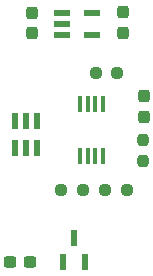
<source format=gbr>
%TF.GenerationSoftware,KiCad,Pcbnew,8.0.1*%
%TF.CreationDate,2025-01-22T19:33:39-07:00*%
%TF.ProjectId,TempSensor,54656d70-5365-46e7-936f-722e6b696361,rev?*%
%TF.SameCoordinates,Original*%
%TF.FileFunction,Paste,Top*%
%TF.FilePolarity,Positive*%
%FSLAX46Y46*%
G04 Gerber Fmt 4.6, Leading zero omitted, Abs format (unit mm)*
G04 Created by KiCad (PCBNEW 8.0.1) date 2025-01-22 19:33:39*
%MOMM*%
%LPD*%
G01*
G04 APERTURE LIST*
G04 Aperture macros list*
%AMRoundRect*
0 Rectangle with rounded corners*
0 $1 Rounding radius*
0 $2 $3 $4 $5 $6 $7 $8 $9 X,Y pos of 4 corners*
0 Add a 4 corners polygon primitive as box body*
4,1,4,$2,$3,$4,$5,$6,$7,$8,$9,$2,$3,0*
0 Add four circle primitives for the rounded corners*
1,1,$1+$1,$2,$3*
1,1,$1+$1,$4,$5*
1,1,$1+$1,$6,$7*
1,1,$1+$1,$8,$9*
0 Add four rect primitives between the rounded corners*
20,1,$1+$1,$2,$3,$4,$5,0*
20,1,$1+$1,$4,$5,$6,$7,0*
20,1,$1+$1,$6,$7,$8,$9,0*
20,1,$1+$1,$8,$9,$2,$3,0*%
G04 Aperture macros list end*
%ADD10R,0.558800X1.473200*%
%ADD11RoundRect,0.237500X-0.237500X0.300000X-0.237500X-0.300000X0.237500X-0.300000X0.237500X0.300000X0*%
%ADD12RoundRect,0.237500X-0.237500X0.250000X-0.237500X-0.250000X0.237500X-0.250000X0.237500X0.250000X0*%
%ADD13R,1.320800X0.508000*%
%ADD14RoundRect,0.237500X0.250000X0.237500X-0.250000X0.237500X-0.250000X-0.237500X0.250000X-0.237500X0*%
%ADD15RoundRect,0.237500X0.237500X-0.300000X0.237500X0.300000X-0.237500X0.300000X-0.237500X-0.300000X0*%
%ADD16RoundRect,0.237500X0.300000X0.237500X-0.300000X0.237500X-0.300000X-0.237500X0.300000X-0.237500X0*%
%ADD17R,0.558800X1.320800*%
%ADD18R,0.450000X1.450000*%
G04 APERTURE END LIST*
D10*
%TO.C,U3*%
X172589998Y-78480000D03*
X173539999Y-78480000D03*
X174490000Y-78480000D03*
X174490000Y-76244800D03*
X173539999Y-76244800D03*
X172589998Y-76244800D03*
%TD*%
D11*
%TO.C,C1*%
X174020000Y-67040001D03*
X174020000Y-68765001D03*
%TD*%
D12*
%TO.C,R2*%
X183460000Y-77790000D03*
X183460000Y-79615000D03*
%TD*%
D13*
%TO.C,U2*%
X176560000Y-67040000D03*
X176560000Y-67990001D03*
X176560000Y-68940002D03*
X179150800Y-68940002D03*
X179150800Y-67040000D03*
%TD*%
D14*
%TO.C,R3*%
X178335000Y-82090000D03*
X176510000Y-82090000D03*
%TD*%
%TO.C,R4*%
X182085000Y-82080000D03*
X180260000Y-82080000D03*
%TD*%
D15*
%TO.C,C3*%
X183500000Y-75845000D03*
X183500000Y-74120000D03*
%TD*%
D11*
%TO.C,C2*%
X181720000Y-67030001D03*
X181720000Y-68755001D03*
%TD*%
D16*
%TO.C,C4*%
X173900000Y-88130000D03*
X172175000Y-88130000D03*
%TD*%
D17*
%TO.C,U1*%
X176630040Y-88122000D03*
X178529960Y-88122000D03*
X177580000Y-86090000D03*
%TD*%
D14*
%TO.C,R1*%
X181245000Y-72160000D03*
X179420000Y-72160000D03*
%TD*%
D18*
%TO.C,U4*%
X178100000Y-79210000D03*
X178750000Y-79210000D03*
X179400000Y-79210000D03*
X180050000Y-79210000D03*
X180050000Y-74810000D03*
X179400000Y-74810000D03*
X178750000Y-74810000D03*
X178100000Y-74810000D03*
%TD*%
M02*

</source>
